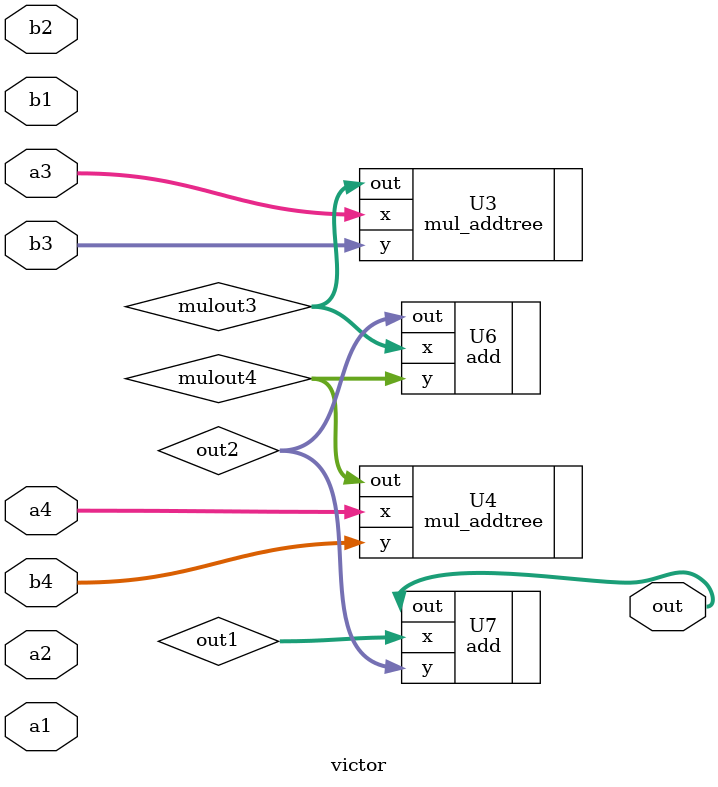
<source format=v>
module victor (
     a1,a2,a3,a4,
     b1,b2,b3,b4,
     out
);//top_module
parameter bits_num = 4;
input [bits_num-1:0] a1,a2,a3,a4,b1,b2,b3,b4;
output [9:0]out;
reg [7:0] mulout1,mulout2,mulout3,mulout4;
reg [8:0] out1,out2;
mul_addtree U1(.x(a1),.y(b1),.out(mulout1));
mul_addtree U2(.x(a2),.y(b2),.out(mulout2));
mul_addtree U3(.x(a3),.y(b3),.out(mulout3));
mul_addtree U4(.x(a4),.y(b4),.out(mulout4));
add U5(.x(mulout1),.y(mulout2),.out(ou1));
add U6(.x(mulout3),.y(mulout4),.out(out2));
add U7(.x(out1),.y(out2),.out(out));
endmodule
</source>
